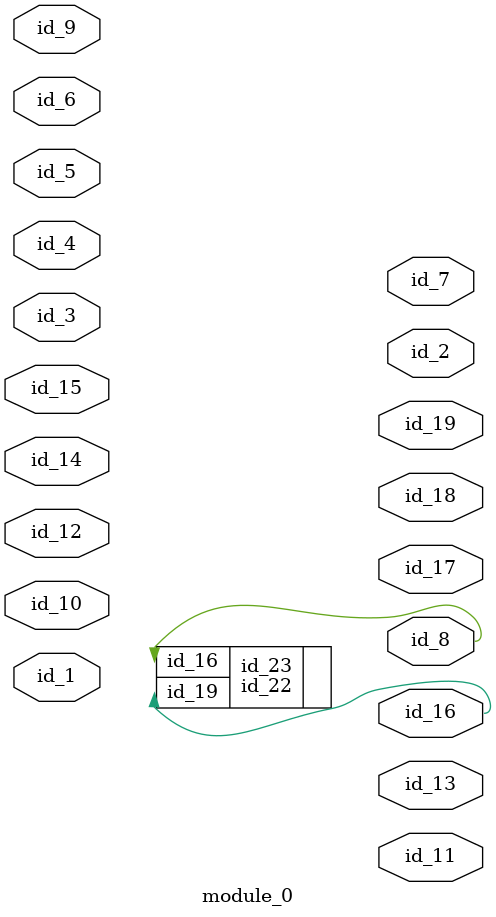
<source format=v>
module module_0 (
    id_1,
    id_2,
    id_3,
    id_4,
    id_5,
    id_6,
    id_7,
    id_8,
    id_9,
    id_10,
    id_11,
    id_12,
    id_13,
    id_14,
    id_15,
    id_16,
    id_17,
    id_18,
    id_19
);
  output id_19;
  output id_18;
  output id_17;
  output id_16;
  input id_15;
  input id_14;
  output id_13;
  input id_12;
  output id_11;
  input id_10;
  input id_9;
  output id_8;
  output id_7;
  input id_6;
  input id_5;
  input id_4;
  input id_3;
  output id_2;
  input id_1;
  id_20 id_21 (
      .id_4 (id_9),
      .id_12(id_13 & id_11)
  );
  id_22 id_23 (
      .id_19(id_16),
      .id_16(id_8)
  );
endmodule

</source>
